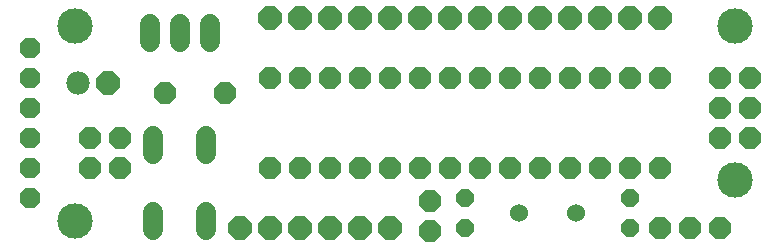
<source format=gbs>
G75*
G70*
%OFA0B0*%
%FSLAX24Y24*%
%IPPOS*%
%LPD*%
%AMOC8*
5,1,8,0,0,1.08239X$1,22.5*
%
%ADD10C,0.1182*%
%ADD11OC8,0.0710*%
%ADD12OC8,0.0740*%
%ADD13C,0.0680*%
%ADD14OC8,0.0780*%
%ADD15C,0.0780*%
%ADD16C,0.0600*%
%ADD17OC8,0.0600*%
%ADD18OC8,0.0680*%
D10*
X003101Y016851D03*
X003101Y023351D03*
X025101Y023351D03*
X025101Y018201D03*
D11*
X022601Y018601D03*
X021601Y018601D03*
X020601Y018601D03*
X019601Y018601D03*
X018601Y018601D03*
X017601Y018601D03*
X016601Y018601D03*
X015601Y018601D03*
X014601Y018601D03*
X013601Y018601D03*
X012601Y018601D03*
X011601Y018601D03*
X010601Y018601D03*
X009601Y018601D03*
X009601Y021601D03*
X010601Y021601D03*
X011601Y021601D03*
X012601Y021601D03*
X013601Y021601D03*
X014601Y021601D03*
X015601Y021601D03*
X016601Y021601D03*
X017601Y021601D03*
X018601Y021601D03*
X019601Y021601D03*
X020601Y021601D03*
X021601Y021601D03*
X022601Y021601D03*
D12*
X024601Y021601D03*
X025601Y021601D03*
X025601Y020601D03*
X024601Y020601D03*
X024601Y019601D03*
X025601Y019601D03*
X024601Y016601D03*
X023601Y016601D03*
X022601Y016601D03*
X014951Y016501D03*
X014951Y017501D03*
X008101Y021101D03*
X006101Y021101D03*
X004601Y019601D03*
X003601Y019601D03*
X003601Y018601D03*
X004601Y018601D03*
D13*
X005711Y017121D02*
X005711Y016521D01*
X007491Y016521D02*
X007491Y017121D01*
X007491Y019081D02*
X007491Y019681D01*
X005711Y019681D02*
X005711Y019081D01*
X005601Y022801D02*
X005601Y023401D01*
X006601Y023401D02*
X006601Y022801D01*
X007601Y022801D02*
X007601Y023401D01*
D14*
X009601Y023601D03*
X010601Y023601D03*
X011601Y023601D03*
X012601Y023601D03*
X013601Y023601D03*
X014601Y023601D03*
X015601Y023601D03*
X016601Y023601D03*
X017601Y023601D03*
X018601Y023601D03*
X019601Y023601D03*
X020601Y023601D03*
X021601Y023601D03*
X022601Y023601D03*
X013601Y016601D03*
X012601Y016601D03*
X011601Y016601D03*
X010601Y016601D03*
X009601Y016601D03*
X008601Y016601D03*
X004201Y021451D03*
D15*
X003201Y021451D03*
D16*
X017901Y017101D03*
X019801Y017101D03*
D17*
X021601Y017601D03*
X021601Y016601D03*
X016101Y016601D03*
X016101Y017601D03*
D18*
X001601Y017601D03*
X001601Y018601D03*
X001601Y019601D03*
X001601Y020601D03*
X001601Y021601D03*
X001601Y022601D03*
M02*

</source>
